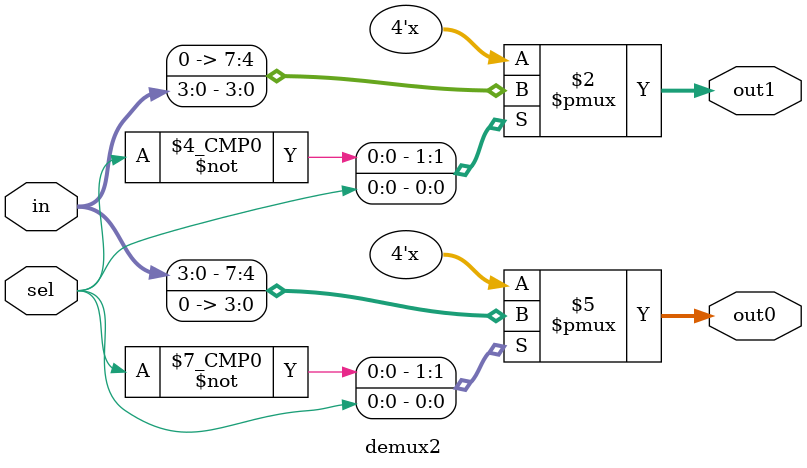
<source format=v>
module demux2(input wire [3:0] in,
					input wire sel,
					output reg [3:0] out0,
					output reg [3:0] out1);
					
always @(*)
begin
	case (sel)
	0:	begin
		out0 = in;
		out1 = 0;
		end 
	1: begin
		out0 = 0;
		out1 = in;
		end
	default: begin 
				out0 = 0;
				out1 = 0;
				end
	endcase
end
endmodule 
</source>
